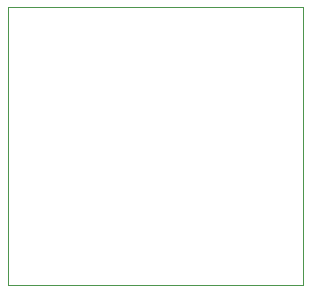
<source format=gbr>
%TF.GenerationSoftware,KiCad,Pcbnew,9.0.0*%
%TF.CreationDate,2025-09-29T15:59:41+03:00*%
%TF.ProjectId,cakar,63616b61-722e-46b6-9963-61645f706362,rev?*%
%TF.SameCoordinates,Original*%
%TF.FileFunction,Profile,NP*%
%FSLAX46Y46*%
G04 Gerber Fmt 4.6, Leading zero omitted, Abs format (unit mm)*
G04 Created by KiCad (PCBNEW 9.0.0) date 2025-09-29 15:59:41*
%MOMM*%
%LPD*%
G01*
G04 APERTURE LIST*
%TA.AperFunction,Profile*%
%ADD10C,0.050000*%
%TD*%
G04 APERTURE END LIST*
D10*
X127000000Y-110500000D02*
X127000000Y-87000000D01*
X152000000Y-110500000D02*
X127000000Y-110500000D01*
X152000000Y-87000000D02*
X152000000Y-110500000D01*
X127000000Y-87000000D02*
X152000000Y-87000000D01*
M02*

</source>
